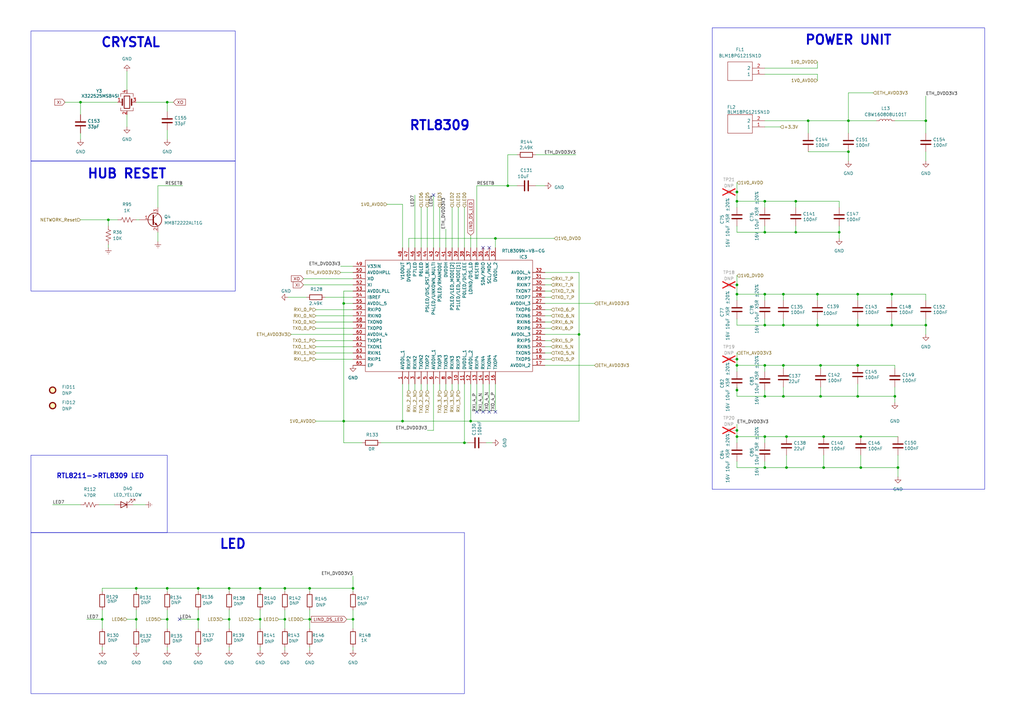
<source format=kicad_sch>
(kicad_sch (version 20231120) (generator "eeschema") (generator_version "8.0")
  (paper "A3")
  (junction (at 347.98 62.23))
  (junction (at 351.79 149.86))
  (junction (at 116.84 241.3))
  (junction (at 140.97 124.46))
  (junction (at 313.69 179.07))
  (junction (at 127 241.3))
  (junction (at 313.69 149.86))
  (junction (at 116.84 254))
  (junction (at 347.98 49.53))
  (junction (at 353.06 179.07))
  (junction (at 93.98 254))
  (junction (at 326.39 82.55))
  (junction (at 353.06 191.77))
  (junction (at 313.69 95.25))
  (junction (at 379.73 133.35))
  (junction (at 302.26 78.74))
  (junction (at 190.5 181.61))
  (junction (at 322.58 179.07))
  (junction (at 208.28 76.2))
  (junction (at 365.76 133.35))
  (junction (at 335.28 120.65))
  (junction (at 351.79 120.65))
  (junction (at 55.88 254))
  (junction (at 379.73 49.53))
  (junction (at 55.88 241.3))
  (junction (at 144.78 241.3))
  (junction (at 313.69 191.77))
  (junction (at 68.58 254))
  (junction (at 302.26 160.02))
  (junction (at 144.78 254))
  (junction (at 81.28 241.3))
  (junction (at 336.55 149.86))
  (junction (at 165.1 172.72))
  (junction (at 41.91 254))
  (junction (at 302.26 120.65))
  (junction (at 313.69 82.55))
  (junction (at 237.49 137.16))
  (junction (at 81.28 254))
  (junction (at 326.39 95.25))
  (junction (at 335.28 133.35))
  (junction (at 302.26 82.55))
  (junction (at 336.55 162.56))
  (junction (at 313.69 120.65))
  (junction (at 321.31 133.35))
  (junction (at 337.82 179.07))
  (junction (at 33.02 41.91))
  (junction (at 106.68 254))
  (junction (at 68.58 41.91))
  (junction (at 321.31 162.56))
  (junction (at 106.68 241.3))
  (junction (at 302.26 116.84))
  (junction (at 351.79 162.56))
  (junction (at 302.26 176.53))
  (junction (at 322.58 191.77))
  (junction (at 321.31 120.65))
  (junction (at 337.82 191.77))
  (junction (at 44.45 90.17))
  (junction (at 365.76 120.65))
  (junction (at 93.98 241.3))
  (junction (at 193.04 172.72))
  (junction (at 344.17 95.25))
  (junction (at 68.58 241.3))
  (junction (at 203.2 97.79))
  (junction (at 331.47 49.53))
  (junction (at 313.69 133.35))
  (junction (at 368.3 191.77))
  (junction (at 321.31 149.86))
  (junction (at 127 254))
  (junction (at 313.69 162.56))
  (junction (at 302.26 147.32))
  (junction (at 140.97 172.72))
  (junction (at 302.26 149.86))
  (junction (at 351.79 133.35))
  (junction (at 302.26 179.07))
  (junction (at 367.03 162.56))
  (no_connect (at 200.66 168.91))
  (no_connect (at 200.66 101.6))
  (no_connect (at 73.66 254))
  (no_connect (at 177.8 80.01))
  (no_connect (at 203.2 168.91))
  (no_connect (at 195.58 168.91))
  (no_connect (at 198.12 168.91))
  (no_connect (at 198.12 101.6))
  (wire (pts (xy 57.15 90.17) (xy 55.88 90.17)))
  (wire (pts (xy 379.73 39.37) (xy 379.73 49.53)))
  (wire (pts (xy 219.71 63.5) (xy 236.22 63.5)))
  (wire (pts (xy 237.49 172.72) (xy 237.49 137.16)))
  (wire (pts (xy 81.28 241.3) (xy 93.98 241.3)))
  (wire (pts (xy 129.54 129.54) (xy 144.78 129.54)))
  (wire (pts (xy 64.77 95.25) (xy 64.77 99.06)))
  (wire (pts (xy 144.78 241.3) (xy 144.78 242.57)))
  (wire (pts (xy 64.77 76.2) (xy 64.77 85.09)))
  (wire (pts (xy 313.69 92.71) (xy 313.69 95.25)))
  (wire (pts (xy 322.58 179.07) (xy 337.82 179.07)))
  (wire (pts (xy 337.82 179.07) (xy 353.06 179.07)))
  (wire (pts (xy 226.06 132.08) (xy 223.52 132.08)))
  (wire (pts (xy 175.26 160.02) (xy 175.26 157.48)))
  (wire (pts (xy 337.82 191.77) (xy 353.06 191.77)))
  (wire (pts (xy 313.69 27.94) (xy 335.28 27.94)))
  (wire (pts (xy 321.31 120.65) (xy 335.28 120.65)))
  (wire (pts (xy 302.26 78.74) (xy 302.26 82.55)))
  (wire (pts (xy 336.55 158.75) (xy 336.55 162.56)))
  (wire (pts (xy 198.12 168.91) (xy 198.12 157.48)))
  (wire (pts (xy 139.7 111.76) (xy 144.78 111.76)))
  (wire (pts (xy 203.2 97.79) (xy 203.2 101.6)))
  (wire (pts (xy 331.47 49.53) (xy 347.98 49.53)))
  (wire (pts (xy 44.45 90.17) (xy 48.26 90.17)))
  (wire (pts (xy 368.3 195.58) (xy 368.3 191.77)))
  (wire (pts (xy 212.09 63.5) (xy 208.28 63.5)))
  (wire (pts (xy 114.3 254) (xy 116.84 254)))
  (wire (pts (xy 313.69 160.02) (xy 313.69 162.56)))
  (wire (pts (xy 55.88 241.3) (xy 68.58 241.3)))
  (wire (pts (xy 223.52 111.76) (xy 237.49 111.76)))
  (wire (pts (xy 223.52 124.46) (xy 243.84 124.46)))
  (wire (pts (xy 93.98 250.19) (xy 93.98 254)))
  (wire (pts (xy 55.88 41.91) (xy 68.58 41.91)))
  (wire (pts (xy 313.69 120.65) (xy 321.31 120.65)))
  (wire (pts (xy 367.03 162.56) (xy 367.03 158.75)))
  (wire (pts (xy 167.64 101.6) (xy 167.64 97.79)))
  (wire (pts (xy 55.88 254) (xy 55.88 257.81)))
  (wire (pts (xy 190.5 181.61) (xy 191.77 181.61)))
  (wire (pts (xy 368.3 186.69) (xy 368.3 191.77)))
  (wire (pts (xy 321.31 151.13) (xy 321.31 149.86)))
  (wire (pts (xy 106.68 250.19) (xy 106.68 254)))
  (wire (pts (xy 302.26 191.77) (xy 313.69 191.77)))
  (wire (pts (xy 193.04 172.72) (xy 237.49 172.72)))
  (wire (pts (xy 313.69 133.35) (xy 321.31 133.35)))
  (wire (pts (xy 313.69 49.53) (xy 331.47 49.53)))
  (wire (pts (xy 170.18 160.02) (xy 170.18 157.48)))
  (wire (pts (xy 321.31 133.35) (xy 321.31 130.81)))
  (wire (pts (xy 365.76 133.35) (xy 379.73 133.35)))
  (wire (pts (xy 190.5 157.48) (xy 190.5 181.61)))
  (wire (pts (xy 33.02 41.91) (xy 48.26 41.91)))
  (wire (pts (xy 148.59 181.61) (xy 140.97 181.61)))
  (wire (pts (xy 144.78 236.22) (xy 144.78 241.3)))
  (wire (pts (xy 21.59 207.01) (xy 33.02 207.01)))
  (wire (pts (xy 313.69 162.56) (xy 321.31 162.56)))
  (wire (pts (xy 144.78 254) (xy 144.78 257.81)))
  (wire (pts (xy 140.97 124.46) (xy 140.97 172.72)))
  (wire (pts (xy 193.04 157.48) (xy 193.04 172.72)))
  (wire (pts (xy 180.34 160.02) (xy 180.34 157.48)))
  (wire (pts (xy 326.39 85.09) (xy 326.39 82.55)))
  (wire (pts (xy 336.55 162.56) (xy 351.79 162.56)))
  (wire (pts (xy 104.14 254) (xy 106.68 254)))
  (wire (pts (xy 106.68 265.43) (xy 106.68 266.7)))
  (wire (pts (xy 190.5 181.61) (xy 156.21 181.61)))
  (wire (pts (xy 302.26 181.61) (xy 302.26 179.07)))
  (wire (pts (xy 35.56 254) (xy 41.91 254)))
  (wire (pts (xy 335.28 27.94) (xy 335.28 25.4)))
  (wire (pts (xy 177.8 80.01) (xy 177.8 101.6)))
  (wire (pts (xy 129.54 172.72) (xy 140.97 172.72)))
  (wire (pts (xy 190.5 85.09) (xy 190.5 101.6)))
  (wire (pts (xy 81.28 254) (xy 81.28 257.81)))
  (wire (pts (xy 74.93 76.2) (xy 64.77 76.2)))
  (wire (pts (xy 187.96 160.02) (xy 187.96 157.48)))
  (wire (pts (xy 41.91 241.3) (xy 41.91 242.57)))
  (wire (pts (xy 180.34 85.09) (xy 180.34 101.6)))
  (wire (pts (xy 335.28 133.35) (xy 335.28 130.81)))
  (wire (pts (xy 367.03 49.53) (xy 379.73 49.53)))
  (wire (pts (xy 193.04 96.52) (xy 193.04 101.6)))
  (wire (pts (xy 313.69 149.86) (xy 313.69 152.4)))
  (wire (pts (xy 302.26 74.93) (xy 302.26 78.74)))
  (wire (pts (xy 44.45 90.17) (xy 44.45 92.71)))
  (wire (pts (xy 344.17 92.71) (xy 344.17 95.25)))
  (wire (pts (xy 106.68 241.3) (xy 106.68 242.57)))
  (wire (pts (xy 321.31 149.86) (xy 336.55 149.86)))
  (wire (pts (xy 26.67 41.91) (xy 33.02 41.91)))
  (wire (pts (xy 302.26 116.84) (xy 302.26 120.65)))
  (wire (pts (xy 127 241.3) (xy 144.78 241.3)))
  (wire (pts (xy 68.58 41.91) (xy 68.58 45.72)))
  (wire (pts (xy 335.28 123.19) (xy 335.28 120.65)))
  (wire (pts (xy 140.97 119.38) (xy 140.97 124.46)))
  (wire (pts (xy 127 265.43) (xy 127 266.7)))
  (wire (pts (xy 118.11 121.92) (xy 125.73 121.92)))
  (wire (pts (xy 41.91 265.43) (xy 41.91 266.7)))
  (wire (pts (xy 93.98 241.3) (xy 106.68 241.3)))
  (wire (pts (xy 347.98 38.1) (xy 347.98 49.53)))
  (wire (pts (xy 140.97 172.72) (xy 165.1 172.72)))
  (wire (pts (xy 127 254) (xy 127 257.81)))
  (wire (pts (xy 40.64 207.01) (xy 46.99 207.01)))
  (wire (pts (xy 226.06 116.84) (xy 223.52 116.84)))
  (wire (pts (xy 226.06 127) (xy 223.52 127)))
  (wire (pts (xy 379.73 123.19) (xy 379.73 120.65)))
  (wire (pts (xy 139.7 109.22) (xy 144.78 109.22)))
  (wire (pts (xy 313.69 189.23) (xy 313.69 191.77)))
  (wire (pts (xy 335.28 120.65) (xy 351.79 120.65)))
  (wire (pts (xy 68.58 265.43) (xy 68.58 266.7)))
  (wire (pts (xy 313.69 82.55) (xy 313.69 85.09)))
  (wire (pts (xy 129.54 127) (xy 144.78 127)))
  (wire (pts (xy 116.84 250.19) (xy 116.84 254)))
  (wire (pts (xy 344.17 95.25) (xy 344.17 97.79)))
  (wire (pts (xy 200.66 168.91) (xy 200.66 157.48)))
  (wire (pts (xy 302.26 149.86) (xy 313.69 149.86)))
  (wire (pts (xy 379.73 133.35) (xy 379.73 130.81)))
  (wire (pts (xy 68.58 41.91) (xy 71.12 41.91)))
  (wire (pts (xy 302.26 179.07) (xy 313.69 179.07)))
  (wire (pts (xy 351.79 133.35) (xy 365.76 133.35)))
  (wire (pts (xy 140.97 172.72) (xy 140.97 181.61)))
  (wire (pts (xy 177.8 176.53) (xy 177.8 157.48)))
  (wire (pts (xy 351.79 133.35) (xy 351.79 130.81)))
  (wire (pts (xy 337.82 186.69) (xy 337.82 191.77)))
  (wire (pts (xy 226.06 114.3) (xy 223.52 114.3)))
  (wire (pts (xy 129.54 147.32) (xy 144.78 147.32)))
  (wire (pts (xy 302.26 95.25) (xy 302.26 92.71)))
  (wire (pts (xy 353.06 186.69) (xy 353.06 191.77)))
  (wire (pts (xy 313.69 52.07) (xy 320.04 52.07)))
  (wire (pts (xy 223.52 149.86) (xy 243.84 149.86)))
  (wire (pts (xy 140.97 124.46) (xy 144.78 124.46)))
  (wire (pts (xy 335.28 133.35) (xy 351.79 133.35)))
  (wire (pts (xy 144.78 250.19) (xy 144.78 254)))
  (wire (pts (xy 133.35 121.92) (xy 144.78 121.92)))
  (wire (pts (xy 313.69 82.55) (xy 326.39 82.55)))
  (wire (pts (xy 33.02 41.91) (xy 33.02 46.99)))
  (wire (pts (xy 129.54 132.08) (xy 144.78 132.08)))
  (wire (pts (xy 41.91 250.19) (xy 41.91 254)))
  (wire (pts (xy 127 250.19) (xy 127 254)))
  (wire (pts (xy 321.31 123.19) (xy 321.31 120.65)))
  (wire (pts (xy 68.58 250.19) (xy 68.58 254)))
  (wire (pts (xy 302.26 147.32) (xy 302.26 149.86)))
  (wire (pts (xy 124.46 116.84) (xy 144.78 116.84)))
  (wire (pts (xy 158.75 83.82) (xy 165.1 83.82)))
  (wire (pts (xy 33.02 57.15) (xy 33.02 54.61)))
  (wire (pts (xy 167.64 160.02) (xy 167.64 157.48)))
  (wire (pts (xy 226.06 119.38) (xy 223.52 119.38)))
  (wire (pts (xy 344.17 85.09) (xy 344.17 82.55)))
  (wire (pts (xy 335.28 30.48) (xy 335.28 33.02)))
  (wire (pts (xy 326.39 95.25) (xy 344.17 95.25)))
  (wire (pts (xy 41.91 241.3) (xy 55.88 241.3)))
  (wire (pts (xy 367.03 151.13) (xy 367.03 149.86)))
  (wire (pts (xy 129.54 142.24) (xy 144.78 142.24)))
  (wire (pts (xy 119.38 137.16) (xy 144.78 137.16)))
  (wire (pts (xy 322.58 191.77) (xy 337.82 191.77)))
  (wire (pts (xy 182.88 93.98) (xy 182.88 101.6)))
  (wire (pts (xy 44.45 100.33) (xy 44.45 101.6)))
  (wire (pts (xy 302.26 133.35) (xy 302.26 130.81)))
  (wire (pts (xy 226.06 134.62) (xy 223.52 134.62)))
  (wire (pts (xy 129.54 134.62) (xy 144.78 134.62)))
  (wire (pts (xy 302.26 82.55) (xy 313.69 82.55)))
  (wire (pts (xy 55.88 265.43) (xy 55.88 266.7)))
  (wire (pts (xy 223.52 76.2) (xy 219.71 76.2)))
  (wire (pts (xy 144.78 265.43) (xy 144.78 266.7)))
  (wire (pts (xy 81.28 265.43) (xy 81.28 266.7)))
  (wire (pts (xy 313.69 179.07) (xy 313.69 181.61)))
  (wire (pts (xy 116.84 254) (xy 116.84 257.81)))
  (wire (pts (xy 172.72 160.02) (xy 172.72 157.48)))
  (wire (pts (xy 185.42 85.09) (xy 185.42 101.6)))
  (wire (pts (xy 175.26 176.53) (xy 177.8 176.53)))
  (wire (pts (xy 367.03 162.56) (xy 367.03 165.1)))
  (wire (pts (xy 347.98 66.04) (xy 347.98 62.23)))
  (wire (pts (xy 302.26 85.09) (xy 302.26 82.55)))
  (wire (pts (xy 379.73 120.65) (xy 365.76 120.65)))
  (wire (pts (xy 73.66 254) (xy 81.28 254)))
  (wire (pts (xy 365.76 133.35) (xy 365.76 130.81)))
  (wire (pts (xy 313.69 95.25) (xy 326.39 95.25)))
  (wire (pts (xy 165.1 172.72) (xy 193.04 172.72)))
  (wire (pts (xy 321.31 162.56) (xy 336.55 162.56)))
  (wire (pts (xy 142.24 254) (xy 144.78 254)))
  (wire (pts (xy 302.26 149.86) (xy 302.26 152.4)))
  (wire (pts (xy 359.41 49.53) (xy 347.98 49.53)))
  (wire (pts (xy 227.33 97.79) (xy 203.2 97.79)))
  (wire (pts (xy 321.31 133.35) (xy 335.28 133.35)))
  (wire (pts (xy 302.26 162.56) (xy 313.69 162.56)))
  (wire (pts (xy 170.18 80.01) (xy 170.18 101.6)))
  (wire (pts (xy 187.96 85.09) (xy 187.96 101.6)))
  (wire (pts (xy 91.44 254) (xy 93.98 254)))
  (wire (pts (xy 195.58 168.91) (xy 195.58 157.48)))
  (wire (pts (xy 208.28 63.5) (xy 208.28 76.2)))
  (wire (pts (xy 351.79 162.56) (xy 367.03 162.56)))
  (wire (pts (xy 302.26 133.35) (xy 313.69 133.35)))
  (wire (pts (xy 226.06 129.54) (xy 223.52 129.54)))
  (wire (pts (xy 116.84 241.3) (xy 116.84 242.57)))
  (wire (pts (xy 313.69 120.65) (xy 313.69 123.19)))
  (wire (pts (xy 237.49 111.76) (xy 237.49 137.16)))
  (wire (pts (xy 351.79 120.65) (xy 365.76 120.65)))
  (wire (pts (xy 336.55 151.13) (xy 336.55 149.86)))
  (wire (pts (xy 226.06 139.7) (xy 223.52 139.7)))
  (wire (pts (xy 172.72 85.09) (xy 172.72 101.6)))
  (wire (pts (xy 81.28 250.19) (xy 81.28 254)))
  (wire (pts (xy 68.58 241.3) (xy 81.28 241.3)))
  (wire (pts (xy 55.88 241.3) (xy 55.88 242.57)))
  (wire (pts (xy 302.26 162.56) (xy 302.26 160.02)))
  (wire (pts (xy 226.06 144.78) (xy 223.52 144.78)))
  (wire (pts (xy 302.26 95.25) (xy 313.69 95.25)))
  (wire (pts (xy 313.69 149.86) (xy 321.31 149.86)))
  (wire (pts (xy 203.2 168.91) (xy 203.2 157.48)))
  (wire (pts (xy 106.68 241.3) (xy 116.84 241.3)))
  (wire (pts (xy 93.98 241.3) (xy 93.98 242.57)))
  (wire (pts (xy 226.06 142.24) (xy 223.52 142.24)))
  (wire (pts (xy 223.52 137.16) (xy 237.49 137.16)))
  (wire (pts (xy 52.07 254) (xy 55.88 254)))
  (wire (pts (xy 55.88 250.19) (xy 55.88 254)))
  (wire (pts (xy 165.1 83.82) (xy 165.1 101.6)))
  (wire (pts (xy 353.06 179.07) (xy 368.3 179.07)))
  (wire (pts (xy 185.42 160.02) (xy 185.42 157.48)))
  (wire (pts (xy 313.69 191.77) (xy 322.58 191.77)))
  (wire (pts (xy 167.64 97.79) (xy 203.2 97.79)))
  (wire (pts (xy 106.68 254) (xy 106.68 257.81)))
  (wire (pts (xy 331.47 62.23) (xy 347.98 62.23)))
  (wire (pts (xy 124.46 114.3) (xy 144.78 114.3)))
  (wire (pts (xy 365.76 123.19) (xy 365.76 120.65)))
  (wire (pts (xy 66.04 254) (xy 68.58 254)))
  (wire (pts (xy 322.58 186.69) (xy 322.58 191.77)))
  (wire (pts (xy 344.17 82.55) (xy 326.39 82.55)))
  (wire (pts (xy 326.39 92.71) (xy 326.39 95.25)))
  (wire (pts (xy 116.84 241.3) (xy 127 241.3)))
  (wire (pts (xy 127 241.3) (xy 127 242.57)))
  (wire (pts (xy 93.98 254) (xy 93.98 257.81)))
  (wire (pts (xy 379.73 49.53) (xy 379.73 54.61)))
  (wire (pts (xy 226.06 147.32) (xy 223.52 147.32)))
  (wire (pts (xy 302.26 120.65) (xy 313.69 120.65)))
  (wire (pts (xy 302.26 158.75) (xy 302.26 160.02)))
  (wire (pts (xy 129.54 139.7) (xy 144.78 139.7)))
  (wire (pts (xy 379.73 133.35) (xy 379.73 137.16)))
  (wire (pts (xy 302.26 123.19) (xy 302.26 120.65)))
  (wire (pts (xy 195.58 76.2) (xy 195.58 101.6)))
  (wire (pts (xy 353.06 191.77) (xy 368.3 191.77)))
  (wire (pts (xy 358.14 38.1) (xy 347.98 38.1)))
  (wire (pts (xy 93.98 265.43) (xy 93.98 266.7)))
  (wire (pts (xy 226.06 121.92) (xy 223.52 121.92)))
  (wire (pts (xy 302.26 144.78) (xy 302.26 147.32)))
  (wire (pts (xy 165.1 157.48) (xy 165.1 172.72)))
  (wire (pts (xy 302.26 176.53) (xy 302.26 179.07)))
  (wire (pts (xy 52.07 52.07) (xy 52.07 46.99)))
  (wire (pts (xy 52.07 29.21) (xy 52.07 36.83)))
  (wire (pts (xy 367.03 149.86) (xy 351.79 149.86)))
  (wire (pts (xy 116.84 265.43) (xy 116.84 266.7)))
  (wire (pts (xy 313.69 130.81) (xy 313.69 133.35)))
  (wire (pts (xy 175.26 85.09) (xy 175.26 101.6)))
  (wire (pts (xy 81.28 241.3) (xy 81.28 242.57)))
  (wire (pts (xy 321.31 162.56) (xy 321.31 158.75)))
  (wire (pts (xy 379.73 66.04) (xy 379.73 62.23)))
  (wire (pts (xy 302.26 173.99) (xy 302.26 176.53)))
  (wire (pts (xy 351.79 123.19) (xy 351.79 120.65)))
  (wire (pts (xy 313.69 179.07) (xy 322.58 179.07)))
  (wire (pts (xy 54.61 207.01) (xy 59.69 207.01)))
  (wire (pts (xy 68.58 57.15) (xy 68.58 53.34)))
  (wire (pts (xy 347.98 49.53) (xy 347.98 54.61)))
  (wire (pts (xy 302.26 191.77) (xy 302.26 189.23)))
  (wire (pts (xy 351.79 162.56) (xy 351.79 157.48)))
  (wire (pts (xy 302.26 113.03) (xy 302.26 116.84)))
  (wire (pts (xy 212.09 76.2) (xy 208.28 76.2)))
  (wire (pts (xy 336.55 149.86) (xy 351.79 149.86)))
  (wire (pts (xy 313.69 30.48) (xy 335.28 30.48)))
  (wire (pts (xy 41.91 254) (xy 41.91 257.81)))
  (wire (pts (xy 201.93 181.61) (xy 199.39 181.61)))
  (wire (pts (xy 68.58 254) (xy 68.58 257.81)))
  (wire (pts (xy 129.54 144.78) (xy 144.78 144.78)))
  (wire (pts (xy 331.47 49.53) (xy 331.47 54.61)))
  (wire (pts (xy 68.58 241.3) (xy 68.58 242.57)))
  (wire (pts (xy 33.02 90.17) (xy 44.45 90.17)))
  (wire (pts (xy 144.78 119.38) (xy 140.97 119.38)))
  (wire (pts (xy 208.28 76.2) (xy 195.58 76.2)))
  (wire (pts (xy 124.46 254) (xy 127 254)))
  (wire (pts (xy 182.88 160.02) (xy 182.88 157.48)))
  (rectangle (start 12.7 66.04) (end 96.52 119.38))
  (rectangle (start 12.7 218.44) (end 190.5 284.48))
  (rectangle (start 12.7 12.7) (end 96.52 66.04))
  (rectangle (start 292.1 11.43) (end 403.86 200.66))
  (rectangle (start 12.7 186.69) (end 68.58 218.44))
  (text "RTL8309" (at 180.34 51.562 0) (effects (font (size 3.81 3.81) (bold yes))))
  (text "LED" (at 95.504 223.266 0) (effects (font (size 3.81 3.81) (bold yes))))
  (text "POWER UNIT" (at 347.98 16.51 0) (effects (font (size 3.81 3.81) (bold yes))))
  (text "CRYSTAL" (at 53.594 17.526 0) (effects (font (size 3.81 3.81) (bold yes))))
  (text "HUB RESET" (at 52.07 71.374 0) (effects (font (size 3.81 3.81) (bold yes))))
  (text "RTL8211->RTL8309 LED\n" (at 41.148 195.326 0) (effects (font (size 1.905 1.905) (thickness 0.381) (bold yes))))
  (label "LED4" (at 73.66 254 0))
  (label "ETH_DVDD3V3" (at 236.22 63.5 180))
  (label "RXI_4_P" (at 195.58 168.91 90))
  (label "RESETB" (at 74.93 76.2 180))
  (label "LED7" (at 35.56 254 0))
  (label "ETH_DVDD3V3" (at 175.26 176.53 180))
  (label "ETH_DVDD3V3" (at 144.78 236.22 180))
  (label "RESETB" (at 195.58 76.2 0))
  (label "ETH_DVDD3V3" (at 302.26 173.99 0))
  (label "RXI_4_N" (at 198.12 168.91 90))
  (label "ETH_DVDD3V3" (at 379.73 39.37 0))
  (label "LED7" (at 170.18 80.01 270))
  (label "LED7" (at 21.59 207.01 0))
  (label "ETH_DVDD3V3" (at 139.7 109.22 180))
  (label "ETH_DVDD3V3" (at 182.88 93.98 90))
  (label "TXO_4_N" (at 200.66 168.91 90))
  (label "LED4" (at 177.8 80.01 270))
  (label "TXO_4_P" (at 203.2 168.91 90))
  (global_label "XO" (shape input) (at 124.46 114.3 180) (property "Intersheetrefs" "${INTERSHEET_REFS}" (effects (hide yes))))
  (global_label "XO" (shape input) (at 71.12 41.91 0) (property "Intersheetrefs" "${INTERSHEET_REFS}" (effects (hide yes))))
  (global_label "LIND_DS_LED" (shape input) (at 193.04 96.52 90) (property "Intersheetrefs" "${INTERSHEET_REFS}" (effects (hide yes))))
  (global_label "LIND_DS_LED" (shape input) (at 142.24 254 180) (property "Intersheetrefs" "${INTERSHEET_REFS}" (effects (hide yes))))
  (global_label "XI" (shape input) (at 124.46 116.84 180) (property "Intersheetrefs" "${INTERSHEET_REFS}" (effects (hide yes))))
  (global_label "XI" (shape input) (at 26.67 41.91 180) (property "Intersheetrefs" "${INTERSHEET_REFS}" (effects (hide yes))))
  (hierarchical_label "RXI_2_P" (shape input) (at 167.64 160.02 270) (property "Intersheetrefs" "${INTERSHEET_REFS}" (effects (hide yes))))
  (hierarchical_label "LED5" (shape input) (at 175.26 85.09 90))
  (hierarchical_label "RXI_6_P" (shape input) (at 226.06 134.62 0))
  (hierarchical_label "TXO_2_N" (shape input) (at 172.72 160.02 270) (property "Intersheetrefs" "${INTERSHEET_REFS}" (effects (hide yes))))
  (hierarchical_label "LED0" (shape input) (at 124.46 254 180))
  (hierarchical_label "LED6" (shape input) (at 172.72 85.09 90))
  (hierarchical_label "LED6" (shape input) (at 52.07 254 180))
  (hierarchical_label "1V0_AVDD" (shape input) (at 302.26 74.93 0))
  (hierarchical_label "RXI_2_N" (shape input) (at 170.18 160.02 270) (property "Intersheetrefs" "${INTERSHEET_REFS}" (effects (hide yes))))
  (hierarchical_label "LED0" (shape input) (at 190.5 85.09 90))
  (hierarchical_label "RXI_0_N" (shape input) (at 129.54 129.54 180) (property "Intersheetrefs" "${INTERSHEET_REFS}" (effects (hide yes))))
  (hierarchical_label "RXI_0_P" (shape input) (at 129.54 127 180) (property "Intersheetrefs" "${INTERSHEET_REFS}" (effects (hide yes))))
  (hierarchical_label "TXO_0_N" (shape input) (at 129.54 132.08 180) (property "Intersheetrefs" "${INTERSHEET_REFS}" (effects (hide yes))))
  (hierarchical_label "ETH_AVDD3V3" (shape input) (at 139.7 111.76 180))
  (hierarchical_label "1V0_AVDD" (shape input) (at 335.28 33.02 180))
  (hierarchical_label "1V0_AVDD" (shape input) (at 158.75 83.82 180))
  (hierarchical_label "LED5" (shape input) (at 66.04 254 180))
  (hierarchical_label "RXI_6_N" (shape input) (at 226.06 132.08 0))
  (hierarchical_label "ETH_AVDD3V3" (shape input) (at 119.38 137.16 180))
  (hierarchical_label "1V0_AVDD" (shape input) (at 129.54 172.72 180))
  (hierarchical_label "RXI_3_P" (shape input) (at 187.96 160.02 270) (property "Intersheetrefs" "${INTERSHEET_REFS}" (effects (hide yes))))
  (hierarchical_label "TXO_3_N" (shape input) (at 182.88 160.02 270) (property "Intersheetrefs" "${INTERSHEET_REFS}" (effects (hide yes))))
  (hierarchical_label "LED2" (shape input) (at 185.42 85.09 90))
  (hierarchical_label "TXO_0_P" (shape input) (at 129.54 134.62 180) (property "Intersheetrefs" "${INTERSHEET_REFS}" (effects (hide yes))))
  (hierarchical_label "ETH_AVDD3V3" (shape input) (at 302.26 144.78 0))
  (hierarchical_label "TXO_3_P" (shape input) (at 180.34 160.02 270) (property "Intersheetrefs" "${INTERSHEET_REFS}" (effects (hide yes))))
  (hierarchical_label "LED1" (shape input) (at 187.96 85.09 90))
  (hierarchical_label "TXO_1_N" (shape input) (at 129.54 142.24 180) (property "Intersheetrefs" "${INTERSHEET_REFS}" (effects (hide yes))))
  (hierarchical_label "TXO_7_P" (shape input) (at 226.06 121.92 0) (property "Intersheetrefs" "${INTERSHEET_REFS}" (effects (hide yes))))
  (hierarchical_label "1V0_DVDD" (shape input) (at 302.26 113.03 0))
  (hierarchical_label "LED3" (shape input) (at 180.34 85.09 90))
  (hierarchical_label "1V0_DVDD" (shape input) (at 227.33 97.79 0))
  (hierarchical_label "ETH_AVDD3V3" (shape input) (at 243.84 149.86 0))
  (hierarchical_label "RXI_5_P" (shape input) (at 226.06 139.7 0) (property "Intersheetrefs" "${INTERSHEET_REFS}" (effects (hide yes))))
  (hierarchical_label "+3.3V" (shape input) (at 320.04 52.07 0))
  (hierarchical_label "TXO_5_P" (shape input) (at 226.06 147.32 0) (property "Intersheetrefs" "${INTERSHEET_REFS}" (effects (hide yes))))
  (hierarchical_label "ETH_AVDD3V3" (shape input) (at 243.84 124.46 0))
  (hierarchical_label "RXI_1_P" (shape input) (at 129.54 147.32 180) (property "Intersheetrefs" "${INTERSHEET_REFS}" (effects (hide yes))))
  (hierarchical_label "1V0_DVDD" (shape input) (at 335.28 25.4 180))
  (hierarchical_label "TXO_6_N" (shape input) (at 226.06 129.54 0))
  (hierarchical_label "TXO_2_P" (shape input) (at 175.26 160.02 270) (property "Intersheetrefs" "${INTERSHEET_REFS}" (effects (hide yes))))
  (hierarchical_label "RXI_7_N" (shape input) (at 226.06 116.84 0) (property "Intersheetrefs" "${INTERSHEET_REFS}" (effects (hide yes))))
  (hierarchical_label "RXI_5_N" (shape input) (at 226.06 142.24 0) (property "Intersheetrefs" "${INTERSHEET_REFS}" (effects (hide yes))))
  (hierarchical_label "RXI_7_P" (shape input) (at 226.06 114.3 0) (property "Intersheetrefs" "${INTERSHEET_REFS}" (effects (hide yes))))
  (hierarchical_label "RXI_3_N" (shape input) (at 185.42 160.02 270) (property "Intersheetrefs" "${INTERSHEET_REFS}" (effects (hide yes))))
  (hierarchical_label "ETH_AVDD3V3" (shape input) (at 358.14 38.1 0))
  (hierarchical_label "LED2" (shape input) (at 104.14 254 180))
  (hierarchical_label "TXO_1_P" (shape input) (at 129.54 139.7 180) (property "Intersheetrefs" "${INTERSHEET_REFS}" (effects (hide yes))))
  (hierarchical_label "TXO_6_P" (shape input) (at 226.06 127 0))
  (hierarchical_label "TXO_5_N" (shape input) (at 226.06 144.78 0) (property "Intersheetrefs" "${INTERSHEET_REFS}" (effects (hide yes))))
  (hierarchical_label "RXI_1_N" (shape input) (at 129.54 144.78 180) (property "Intersheetrefs" "${INTERSHEET_REFS}" (effects (hide yes))))
  (hierarchical_label "LED3" (shape input) (at 91.44 254 180))
  (hierarchical_label "LED1" (shape input) (at 114.3 254 180))
  (hierarchical_label "TXO_7_N" (shape input) (at 226.06 119.38 0) (property "Intersheetrefs" "${INTERSHEET_REFS}" (effects (hide yes))))
  (hierarchical_label "NETWORK_Reset" (shape input) (at 33.02 90.17 180))
  (symbol (lib_id "Connector:TestPoint") (at 302.26 176.53 90) (unit 1) (dnp yes)
    (property "Reference" "TP20" (at 298.958 171.45 90))
    (property "Value" "DNP" (at 298.958 173.99 90))
    (property "Footprint" "TestPoint_Pad_1.0x1.0mm" (effects (hide yes)))
    (property "Description" "test point" (effects (hide yes)))
  )
  (symbol (lib_id "Device:R_US") (at 52.07 90.17 90) (unit 1)
    (property "Reference" "R95" (at 52.07 83.82 90))
    (property "Value" "1K" (at 52.07 86.36 90))
    (property "Footprint" "Resistor_SMD:R_0603_1608Metric" (effects (hide yes)))
    (property "Description" "Resistor, US symbol" (effects (hide yes)))
    (property "MPN" "0603WAF1001T5E" (effects (hide yes)))
  )
  (symbol (lib_id "Device:C") (at 68.58 49.53 0) (unit 1)
    (property "Reference" "C155" (at 71.501 48.3616 0) (effects (justify left)))
    (property "Value" "33pF" (at 71.501 50.673 0) (effects (justify left)))
    (property "Footprint" "Capacitor_SMD:C_0603_1608Metric" (effects (hide yes)))
    (property "MPN" "CL10C330JB8NNNC" (effects (hide yes)))
  )
  (symbol (lib_id "Device:C") (at 336.55 154.94 0) (unit 1)
    (property "Reference" "C142" (at 339.471 153.7716 0) (effects (justify left)))
    (property "Value" "100nF" (at 339.471 156.083 0) (effects (justify left)))
    (property "Footprint" "Capacitor_SMD:C_0402_1005Metric" (effects (hide yes)))
    (property "MPN" "CC0402KRX7R7BB104" (effects (hide yes)))
  )
  (symbol (lib_id "Device:R") (at 68.58 246.38 180) (unit 1)
    (property "Reference" "R134" (at 72.136 245.11 0))
    (property "Value" "DNP" (at 72.136 247.142 0))
    (property "Footprint" "Resistor_SMD:R_0603_1608Metric" (effects (hide yes)))
  )
  (symbol (lib_id "power:GND") (at 344.17 97.79 0) (unit 1)
    (property "Reference" "#PWR0183" (effects (hide yes)))
    (property "Value" "GND" (at 344.17 102.87 0))
  )
  (symbol (lib_id "Mechanical:Fiducial") (at 21.59 166.37 0) (unit 1)
    (property "Reference" "FID12" (at 25.4 165.0999 0) (effects (justify left)))
    (property "Value" "DNP" (at 25.4 167.6399 0) (effects (justify left)))
    (property "Footprint" "Fiducial:Fiducial_0.5mm_Mask1mm" (effects (hide yes)))
    (property "Description" "Fiducial Marker" (effects (hide yes)))
  )
  (symbol (lib_id "Device:R") (at 93.98 261.62 180) (unit 1)
    (property "Reference" "R139" (at 97.79 260.604 0))
    (property "Value" "DNP" (at 97.79 262.636 0))
    (property "Footprint" "Resistor_SMD:R_0603_1608Metric" (effects (hide yes)))
  )
  (symbol (lib_id "Device:C") (at 195.58 181.61 90) (unit 1)
    (property "Reference" "C130" (at 194.4116 178.689 0) (effects (justify left)))
    (property "Value" "100nF" (at 196.723 178.689 0) (effects (justify left)))
    (property "Footprint" "Capacitor_SMD:C_0402_1005Metric" (effects (hide yes)))
    (property "MPN" "CC0402KRX7R7BB104" (effects (hide yes)))
  )
  (symbol (lib_id "Device:C") (at 335.28 127 0) (unit 1)
    (property "Reference" "C139" (at 339.09 125.73 0) (effects (justify left)))
    (property "Value" "100nF" (at 337.566 128.524 0) (effects (justify left)))
    (property "Footprint" "Capacitor_SMD:C_0402_1005Metric" (effects (hide yes)))
    (property "MPN" "CC0402KRX7R7BB104" (effects (hide yes)))
  )
  (symbol (lib_id "Device:C") (at 313.69 127 0) (unit 1)
    (property "Reference" "C78" (at 308.356 129.032 90) (effects (justify left)))
    (property "Value" "16V 10uF X5R ±20%" (at 310.388 136.906 90) (effects (justify left)))
    (property "Footprint" "Capacitor_SMD:C_0603_1608Metric" (effects (hide yes)))
    (property "MPN" "CL10A106MO8NQNC" (effects (hide yes)))
  )
  (symbol (lib_id "Device:Crystal_GND2") (at 52.07 41.91 0) (unit 1)
    (property "Reference" "Y3" (at 40.64 37.338 0))
    (property "Value" "X322525MSB4SI" (at 41.148 39.37 0))
    (property "Footprint" "Crystal:Crystal_SMD_3225-4Pin_3.2x2.5mm" (effects (hide yes)))
    (property "Description" "Three pin crystal, GND on pin 2" (effects (hide yes)))
    (property "MPN" "X322525MSB4SI" (effects (hide yes)))
  )
  (symbol (lib_id "Device:C") (at 313.69 185.42 0) (unit 1)
    (property "Reference" "C85" (at 308.356 187.452 90) (effects (justify left)))
    (property "Value" "16V 10uF X5R ±20%" (at 310.388 195.326 90) (effects (justify left)))
    (property "Footprint" "Capacitor_SMD:C_0603_1608Metric" (effects (hide yes)))
    (property "MPN" "CL10A106MO8NQNC" (effects (hide yes)))
  )
  (symbol (lib_id "power:Earth") (at 44.45 101.6 0) (unit 1)
    (property "Reference" "#PWR0130" (effects (hide yes)))
    (property "Value" "Earth" (effects (hide yes)))
    (property "Description" "Power symbol creates a global label with name \"Earth\"" (effects (hide yes)))
  )
  (symbol (lib_id "Device:C") (at 326.39 88.9 0) (unit 1)
    (property "Reference" "C141" (at 329.311 87.7316 0) (effects (justify left)))
    (property "Value" "100nF" (at 329.311 90.043 0) (effects (justify left)))
    (property "Footprint" "Capacitor_SMD:C_0402_1005Metric" (effects (hide yes)))
    (property "MPN" "CC0402KRX7R7BB104" (effects (hide yes)))
  )
  (symbol (lib_id "Connector:TestPoint") (at 302.26 116.84 90) (unit 1) (dnp yes)
    (property "Reference" "TP18" (at 298.958 111.76 90))
    (property "Value" "DNP" (at 298.958 114.3 90))
    (property "Footprint" "TestPoint:TestPoint_Pad_1.0x1.0mm" (effects (hide yes)))
    (property "Description" "test point" (effects (hide yes)))
  )
  (symbol (lib_id "Device:R") (at 144.78 246.38 180) (unit 1)
    (property "Reference" "R147" (at 148.844 245.364 0))
    (property "Value" "DNP" (at 148.59 247.65 0))
    (property "Footprint" "Resistor_SMD:R_0603_1608Metric" (effects (hide yes)))
  )
  (symbol (lib_id "power:Earth") (at 64.77 99.06 0) (unit 1)
    (property "Reference" "#PWR0131" (effects (hide yes)))
    (property "Value" "Earth" (effects (hide yes)))
    (property "Description" "Power symbol creates a global label with name \"Earth\"" (effects (hide yes)))
  )
  (symbol (lib_id "power:GND") (at 93.98 266.7 0) (unit 1)
    (property "Reference" "#PWR0174" (effects (hide yes)))
    (property "Value" "GND" (at 93.98 271.78 0))
  )
  (symbol (lib_id "Device:R") (at 106.68 246.38 180) (unit 1)
    (property "Reference" "R140" (at 110.744 245.364 0))
    (property "Value" "DNP" (at 110.236 247.396 0))
    (property "Footprint" "Resistor_SMD:R_0603_1608Metric" (effects (hide yes)))
  )
  (symbol (lib_id "Device:R") (at 116.84 261.62 180) (unit 1)
    (property "Reference" "R143" (at 120.396 260.604 0))
    (property "Value" "DNP" (at 120.396 262.89 0))
    (property "Footprint" "Resistor_SMD:R_0603_1608Metric" (effects (hide yes)))
  )
  (symbol (lib_id "power:GND") (at 68.58 266.7 0) (unit 1)
    (property "Reference" "#PWR0172" (effects (hide yes)))
    (property "Value" "GND" (at 68.58 271.78 0))
  )
  (symbol (lib_id "power:GND") (at 144.78 149.86 0) (unit 1)
    (property "Reference" "#PWR0170" (effects (hide yes)))
    (property "Value" "GND" (at 144.78 154.94 0))
  )
  (symbol (lib_id "power:GND") (at 347.98 66.04 0) (unit 1)
    (property "Reference" "#PWR0184" (effects (hide yes)))
    (property "Value" "GND" (at 347.98 71.12 0))
  )
  (symbol (lib_id "Device:C") (at 368.3 182.88 0) (unit 1)
    (property "Reference" "C150" (at 370.84 181.5846 0) (effects (justify left)))
    (property "Value" "100nF" (at 370.84 183.896 0) (effects (justify left)))
    (property "Footprint" "Capacitor_SMD:C_0402_1005Metric" (effects (hide yes)))
    (property "MPN" "CC0402KRX7R7BB104" (effects (hide yes)))
  )
  (symbol (lib_id "Device:R") (at 127 261.62 180) (unit 1)
    (property "Reference" "R146" (at 130.556 260.604 0))
    (property "Value" "DNP" (at 130.556 262.89 0))
    (property "Footprint" "Resistor_SMD:R_0603_1608Metric" (effects (hide yes)))
  )
  (symbol (lib_id "Device:C") (at 379.73 58.42 0) (unit 1)
    (property "Reference" "C154" (at 382.651 57.2516 0) (effects (justify left)))
    (property "Value" "100nF" (at 382.651 59.563 0) (effects (justify left)))
    (property "Footprint" "Capacitor_SMD:C_0402_1005Metric" (effects (hide yes)))
    (property "MPN" "CC0402KRX7R7BB104" (effects (hide yes)))
  )
  (symbol (lib_id "Device:R_US") (at 44.45 96.52 0) (unit 1)
    (property "Reference" "R36" (at 46.228 95.2499 0) (effects (justify left)))
    (property "Value" "10K" (at 46.228 97.7899 0) (effects (justify left)))
    (property "Footprint" "Resistor_SMD:R_0603_1608Metric" (effects (hide yes)))
    (property "Description" "Resistor, US symbol" (effects (hide yes)))
    (property "MPN" "0603WAF1002T5E" (effects (hide yes)))
  )
  (symbol (lib_id "power:GND") (at 68.58 57.15 0) (unit 1)
    (property "Reference" "#PWR0190" (effects (hide yes)))
    (property "Value" "GND" (at 68.58 62.23 0))
  )
  (symbol (lib_id "Device:C") (at 379.73 127 0) (unit 1)
    (property "Reference" "C152" (at 382.651 125.8316 0) (effects (justify left)))
    (property "Value" "100nF" (at 382.651 128.143 0) (effects (justify left)))
    (property "Footprint" "Capacitor_SMD:C_0402_1005Metric" (effects (hide yes)))
    (property "MPN" "CC0402KRX7R7BB104" (effects (hide yes)))
  )
  (symbol (lib_id "Device:R") (at 116.84 246.38 180) (unit 1)
    (property "Reference" "R142" (at 120.904 245.364 0))
    (property "Value" "DNP" (at 120.65 247.396 0))
    (property "Footprint" "Resistor_SMD:R_0603_1608Metric" (effects (hide yes)))
  )
  (symbol (lib_id "Device:R") (at 129.54 121.92 270) (unit 1)
    (property "Reference" "R128" (at 129.794 118.618 90))
    (property "Value" "2.49K" (at 129.54 124.46 90))
    (property "Footprint" "Resistor_SMD:R_0603_1608Metric" (effects (hide yes)))
    (property "MPN" "0603WAF2491T5E" (effects (hide yes)))
  )
  (symbol (lib_id "Mechanical:Fiducial") (at 21.59 160.02 0) (unit 1)
    (property "Reference" "FID11" (at 25.4 158.7499 0) (effects (justify left)))
    (property "Value" "DNP" (at 25.4 161.2899 0) (effects (justify left)))
    (property "Footprint" "Fiducial:Fiducial_0.5mm_Mask1mm" (effects (hide yes)))
    (property "Description" "Fiducial Marker" (effects (hide yes)))
  )
  (symbol (lib_id "Device:C") (at 347.98 58.42 0) (unit 1)
    (property "Reference" "C151" (at 350.901 57.2516 0) (effects (justify left)))
    (property "Value" "100nF" (at 350.901 59.563 0) (effects (justify left)))
    (property "Footprint" "Capacitor_SMD:C_0402_1005Metric" (effects (hide yes)))
    (property "MPN" "CC0402KRX7R7BB104" (effects (hide yes)))
  )
  (symbol (lib_id "BLM18PG121SN1D:BLM18PG121SN1D") (at 313.69 30.48 180) (unit 1)
    (property "Reference" "FL1" (at 303.53 20.32 0))
    (property "Value" "BLM18PG121SN1D" (at 303.53 22.86 0))
    (property "Footprint" "BLM18PG121SN1D:BLM18AG102BH1D" (effects (hide yes)))
    (property "Datasheet" "https://www.murata.com/en-us/products/productdetail?partno=BLM18PG121SN1%23" (effects (hide yes)))
    (property "Description" "Ferrite bead SMD 0603 120R 2A Murata Ferrite Bead (Chip Ferrite Bead), 1.6 x 0.8 x 0.8mm (0603), 120 impedance at 100 MHz" (effects (hide yes)))
    (property "Height" "0.95" (effects (hide yes)))
    (property "Manufacturer_Name" "Murata Electronics" (effects (hide yes)))
    (property "Manufacturer_Part_Number" "BLM18PG121SN1D" (effects (hide yes)))
    (property "Mouser Part Number" "81-BLM18PG121SN1D" (effects (hide yes)))
    (property "Mouser Price/Stock" "https://www.mouser.co.uk/ProductDetail/Murata-Electronics/BLM18PG121SN1D?qs=tY8e8KZalarVxhnmnUYZ1A%3D%3D" (effects (hide yes)))
    (property "Arrow Part Number" "BLM18PG121SN1D" (effects (hide yes)))
    (property "Arrow Price/Stock" "https://www.arrow.com/en/products/blm18pg121sn1d/murata-manufacturing?region=nac" (effects (hide yes)))
    (property "MPN" "BLM18PG121SN1D" (effects (hide yes)))
  )
  (symbol (lib_id "Device:C") (at 351.79 153.67 0) (unit 1)
    (property "Reference" "C145" (at 354.711 152.5016 0) (effects (justify left)))
    (property "Value" "100nF" (at 354.711 154.813 0) (effects (justify left)))
    (property "Footprint" "Capacitor_SMD:C_0402_1005Metric" (effects (hide yes)))
    (property "MPN" "CC0402KRX7R7BB104" (effects (hide yes)))
  )
  (symbol (lib_id "Connector:TestPoint") (at 302.26 147.32 90) (unit 1) (dnp yes)
    (property "Reference" "TP19" (at 298.958 142.24 90))
    (property "Value" "DNP" (at 298.958 144.78 90))
    (property "Footprint" "TestPoint_Pad_1.0x1.0mm" (effects (hide yes)))
    (property "Description" "test point" (effects (hide yes)))
  )
  (symbol (lib_id "power:GND") (at 379.73 137.16 0) (unit 1)
    (property "Reference" "#PWR0185" (effects (hide yes)))
    (property "Value" "GND" (at 379.73 142.24 0))
  )
  (symbol (lib_id "Device:LED") (at 50.8 207.01 180) (unit 1)
    (property "Reference" "D40" (at 52.3875 200.406 0))
    (property "Value" "LED_YELLOW" (at 52.3875 202.946 0))
    (property "Footprint" "LED_SMD:LED_0603_1608Metric" (effects (hide yes)))
    (property "Description" "Light emitting diode" (effects (hide yes)))
    (property "MPN" "0603 翠绿色 LED" (effects (hide yes)))
  )
  (symbol (lib_id "power:GND") (at 201.93 181.61 90) (unit 1)
    (property "Reference" "#PWR0176" (effects (hide yes)))
    (property "Value" "GND" (at 207.01 181.61 0))
  )
  (symbol (lib_id "Device:C") (at 215.9 76.2 90) (unit 1)
    (property "Reference" "C131" (at 215.9 69.85 90))
    (property "Value" "10uF" (at 214.63 72.39 90))
    (property "Footprint" "Capacitor_SMD:C_0603_1608Metric" (effects (hide yes)))
    (property "MPN" "CL10A106MO8NQNC" (effects (hide yes)))
  )
  (symbol (lib_id "Device:R_US") (at 36.83 207.01 90) (unit 1)
    (property "Reference" "R112" (at 36.83 200.66 90))
    (property "Value" "470R" (at 36.83 203.2 90))
    (property "Footprint" "Resistor_SMD:R_0603_1608Metric" (effects (hide yes)))
    (property "Description" "Resistor, US symbol" (effects (hide yes)))
    (property "MPN" "0603WAF4700T5E" (effects (hide yes)))
  )
  (symbol (lib_id "power:GND") (at 127 266.7 0) (unit 1)
    (property "Reference" "#PWR0178" (effects (hide yes)))
    (property "Value" "GND" (at 127 271.78 0))
  )
  (symbol (lib_id "power:GND") (at 81.28 266.7 0) (unit 1)
    (property "Reference" "#PWR0173" (effects (hide yes)))
    (property "Value" "GND" (at 81.28 271.78 0))
  )
  (symbol (lib_id "power:GND") (at 368.3 195.58 0) (unit 1)
    (property "Reference" "#PWR0182" (effects (hide yes)))
    (property "Value" "GND" (at 368.3 200.66 0))
  )
  (symbol (lib_id "Device:R") (at 81.28 261.62 180) (unit 1)
    (property "Reference" "R137" (at 85.344 260.604 0))
    (property "Value" "DNP" (at 85.344 262.636 0))
    (property "Footprint" "Resistor_SMD:R_0603_1608Metric" (effects (hide yes)))
  )
  (symbol (lib_id "Device:R") (at 55.88 261.62 180) (unit 1)
    (property "Reference" "R132" (at 59.69 260.858 0))
    (property "Value" "DNP" (at 59.69 262.89 0))
    (property "Footprint" "Resistor_SMD:R_0603_1608Metric" (effects (hide yes)))
  )
  (symbol (lib_id "power:GND") (at 55.88 266.7 0) (unit 1)
    (property "Reference" "#PWR0171" (effects (hide yes)))
    (property "Value" "GND" (at 55.88 271.78 0))
  )
  (symbol (lib_id "power:GND") (at 379.73 66.04 0) (unit 1)
    (property "Reference" "#PWR0188" (effects (hide yes)))
    (property "Value" "GND" (at 379.73 71.12 0))
  )
  (symbol (lib_id "power:GND") (at 144.78 266.7 0) (unit 1)
    (property "Reference" "#PWR0180" (effects (hide yes)))
    (property "Value" "GND" (at 144.78 271.78 0))
  )
  (symbol (lib_id "power:GND") (at 367.03 165.1 0) (unit 1)
    (property "Reference" "#PWR0181" (effects (hide yes)))
    (property "Value" "GND" (at 367.03 172.72 0))
  )
  (symbol (lib_id "Device:R") (at 152.4 181.61 270) (unit 1)
    (property "Reference" "R133" (at 152.654 178.308 90))
    (property "Value" "0R" (at 152.4 184.15 90))
    (property "Footprint" "Resistor_SMD:R_0603_1608Metric" (effects (hide yes)))
    (property "MPN" "0603WAF0000T5E" (effects (hide yes)))
  )
  (symbol (lib_id "Device:C") (at 302.26 88.9 0) (unit 1)
    (property "Reference" "C75" (at 296.164 91.948 90) (effects (justify left)))
    (property "Value" "16V 10uF X5R ±20%" (at 298.45 101.6 90) (effects (justify left)))
    (property "Footprint" "Capacitor_SMD:C_0603_1608Metric" (effects (hide yes)))
    (property "MPN" "CL10A106MO8NQNC" (effects (hide yes)))
  )
  (symbol (lib_id "Device:C") (at 313.69 88.9 0) (unit 1)
    (property "Reference" "C76" (at 308.356 90.932 90) (effects (justify left)))
    (property "Value" "16V 10uF X5R ±20%" (at 310.388 98.806 90) (effects (justify left)))
    (property "Footprint" "Capacitor_SMD:C_0603_1608Metric" (effects (hide yes)))
    (property "MPN" "CL10A106MO8NQNC" (effects (hide yes)))
  )
  (symbol (lib_id "Device:R") (at 55.88 246.38 180) (unit 1)
    (property "Reference" "R131" (at 59.69 245.11 0))
    (property "Value" "DNP" (at 59.69 247.142 0))
    (property "Footprint" "Resistor_SMD:R_0603_1608Metric" (effects (hide yes)))
  )
  (symbol (lib_id "Device:R") (at 144.78 261.62 180) (unit 1)
    (property "Reference" "R148" (at 149.606 260.604 0))
    (property "Value" "1K" (at 149.352 262.636 0))
    (property "Footprint" "Resistor_SMD:R_0603_1608Metric" (effects (hide yes)))
    (property "MPN" "0603WAF1001T5E" (effects (hide yes)))
  )
  (symbol (lib_id "Device:L") (at 363.22 49.53 90) (unit 1)
    (property "Reference" "L13" (at 363.22 44.45 90))
    (property "Value" "CBW160808U101T" (at 363.22 46.99 90))
    (property "Footprint" "Inductor_SMD:L_0603_1608Metric" (effects (hide yes)))
    (property "Description" "Inductor" (effects (hide yes)))
    (property "MPN" "CBW160808U101T" (effects (hide yes)))
  )
  (symbol (lib_id "Device:C") (at 331.47 58.42 0) (unit 1)
    (property "Reference" "C144" (at 334.391 57.2516 0) (effects (justify left)))
    (property "Value" "100nF" (at 334.391 59.563 0) (effects (justify left)))
    (property "Footprint" "Capacitor_SMD:C_0402_1005Metric" (effects (hide yes)))
    (property "MPN" "CC0402KRX7R7BB104" (effects (hide yes)))
  )
  (symbol (lib_id "Device:C") (at 344.17 88.9 0) (unit 1)
    (property "Reference" "C147" (at 347.091 87.7316 0) (effects (justify left)))
    (property "Value" "100nF" (at 347.091 90.043 0) (effects (justify left)))
    (property "Footprint" "Capacitor_SMD:C_0402_1005Metric" (effects (hide yes)))
    (property "MPN" "CC0402KRX7R7BB104" (effects (hide yes)))
  )
  (symbol (lib_id "Device:C") (at 313.69 156.21 0) (unit 1)
    (property "Reference" "C83" (at 308.356 158.242 90) (effects (justify left)))
    (property "Value" "16V 10uF X5R ±20%" (at 310.388 166.116 90) (effects (justify left)))
    (property "Footprint" "Capacitor_SMD:C_0603_1608Metric" (effects (hide yes)))
    (property "MPN" "CL10A106MO8NQNC" (effects (hide yes)))
  )
  (symbol (lib_id "Device:C") (at 302.26 185.42 0) (unit 1)
    (property "Reference" "C84" (at 296.164 188.468 90) (effects (justify left)))
    (property "Value" "16V 10uF X5R ±20%" (at 298.45 198.12 90) (effects (justify left)))
    (property "Footprint" "Capacitor_SMD:C_0603_1608Metric" (effects (hide yes)))
    (property "MPN" "CL10A106MO8NQNC" (effects (hide yes)))
  )
  (symbol (lib_id "Transistor_BJT:2N3055") (at 62.23 90.17 0) (unit 1)
    (property "Reference" "Q4" (at 67.31 88.8999 0) (effects (justify left)))
    (property "Value" "MMBT2222ALT1G" (at 67.31 91.4399 0) (effects (justify left)))
    (property "Footprint" "HDMI 2.0 TX:MMBT2222ALT1G" (effects (hide yes)))
    (property "Datasheet" "https://datasheet.lcsc.com/lcsc/2304140030_onsemi-MMBT2222ALT1G_C82460.pdf" (effects (hide yes)))
    (property "Description" "40V 225mW 100@150mA,10V 600mA NPN SOT-23(TO-236) Bipolar Transistors - BJT ROHS" (effects (hide yes)))
    (property "MPN" "MMBT2222A" (effects (hide yes)))
  )
  (symbol (lib_id "Device:C") (at 302.26 156.21 0) (unit 1)
    (property "Reference" "C82" (at 296.164 159.258 90) (effects (justify left)))
    (property "Value" "16V 10uF X5R ±20%" (at 298.45 168.91 90) (effects (justify left)))
    (property "Footprint" "Capacitor_SMD:C_0603_1608Metric" (effects (hide yes)))
    (property "MPN" "CL10A106MO8NQNC" (effects (hide yes)))
  )
  (symbol (lib_id "power:GND") (at 52.07 52.07 0) (unit 1)
    (property "Reference" "#PWR0187" (effects (hide yes)))
    (property "Value" "GND" (at 52.07 57.15 0))
  )
  (symbol (lib_id "Connector:TestPoint") (at 302.26 78.74 90) (unit 1) (dnp yes)
    (property "Reference" "TP21" (at 298.958 73.66 90))
    (property "Value" "DNP" (at 298.958 76.2 90))
    (property "Footprint" "TestPoint_Pad_1.0x1.0mm" (effects (hide yes)))
    (property "Description" "test point" (effects (hide yes)))
  )
  (symbol (lib_id "power:GND") (at 41.91 266.7 0) (unit 1)
    (property "Reference" "#PWR0169" (effects (hide yes)))
    (property "Value" "GND" (at 41.91 271.78 0))
  )
  (symbol (lib_id "Device:R") (at 93.98 246.38 180) (unit 1)
    (property "Reference" "R138" (at 98.044 245.364 0))
    (property "Value" "DNP" (at 97.79 247.65 0))
    (property "Footprint" "Resistor_SMD:R_0603_1608Metric" (effects (hide yes)))
  )
  (symbol (lib_id "Device:R") (at 41.91 246.38 180) (unit 1)
    (property "Reference" "R129" (at 45.974 244.856 0))
    (property "Value" "DNP" (at 45.974 246.634 0))
    (property "Footprint" "Resistor_SMD:R_0603_1608Metric" (effects (hide yes)))
  )
  (symbol (lib_id "Device:C") (at 365.76 127 0) (unit 1)
    (property "Reference" "C148" (at 368.681 125.8316 0) (effects (justify left)))
    (property "Value" "100nF" (at 368.681 128.143 0) (effects (justify left)))
    (property "Footprint" "Capacitor_SMD:C_0402_1005Metric" (effects (hide yes)))
    (property "MPN" "CC0402KRX7R7BB104" (effects (hide yes)))
  )
  (symbol (lib_id "power:GND") (at 52.07 29.21 180) (unit 1)
    (property "Reference" "#PWR0189" (effects (hide yes)))
    (property "Value" "GND" (at 52.07 24.13 0))
  )
  (symbol (lib_id "Device:C") (at 33.02 50.8 0) (unit 1)
    (property "Reference" "C153" (at 35.941 49.6316 0) (effects (justify left)))
    (property "Value" "33pF" (at 35.941 51.943 0) (effects (justify left)))
    (property "Footprint" "Capacitor_SMD:C_0603_1608Metric" (effects (hide yes)))
    (property "MPN" "CL10C330JB8NNNC" (effects (hide yes)))
  )
  (symbol (lib_id "power:GND") (at 118.11 121.92 270) (unit 1)
    (property "Reference" "#PWR0168" (effects (hide yes)))
    (property "Value" "GND" (at 119.38 119.38 90) (effects (justify right)))
  )
  (symbol (lib_id "power:GND") (at 106.68 266.7 0) (unit 1)
    (property "Reference" "#PWR0175" (effects (hide yes)))
    (property "Value" "GND" (at 106.68 271.78 0))
  )
  (symbol (lib_id "Device:R") (at 215.9 63.5 270) (unit 1)
    (property "Reference" "R144" (at 215.9 58.2422 90))
    (property "Value" "2.49K" (at 215.9 60.5536 90))
    (property "Footprint" "Resistor_SMD:R_0603_1608Metric" (effects (hide yes)))
    (property "MPN" "0603WAF2491T5E" (effects (hide yes)))
  )
  (symbol (lib_id "Device:C") (at 302.26 127 0) (unit 1)
    (property "Reference" "C77" (at 296.164 130.048 90) (effects (justify left)))
    (property "Value" "16V 10uF X5R ±20%" (at 298.45 139.7 90) (effects (justify left)))
    (property "Footprint" "Capacitor_SMD:C_0603_1608Metric" (effects (hide yes)))
    (property "MPN" "CL10A106MO8NQNC" (effects (hide yes)))
  )
  (symbol (lib_id "power:GND") (at 223.52 76.2 90) (unit 1)
    (property "Reference" "#PWR0179" (effects (hide yes)))
    (property "Value" "GND" (at 227.33 76.835 90) (effects (justify right)))
  )
  (symbol (lib_id "BLM18PG121SN1D:BLM18PG121SN1D") (at 313.69 52.07 180) (unit 1)
    (property "Reference" "FL2" (at 298.196 43.942 0) (effects (justify right)))
    (property "Value" "BLM18PG121SN1D" (at 298.196 45.974 0) (effects (justify right)))
    (property "Footprint" "BLM18PG121SN1D:BLM18AG102BH1D" (effects (hide yes)))
    (property "Datasheet" "https://www.murata.com/en-us/products/productdetail?partno=BLM18PG121SN1%23" (effects (hide yes)))
    (property "Description" "Ferrite bead SMD 0603 120R 2A Murata Ferrite Bead (Chip Ferrite Bead), 1.6 x 0.8 x 0.8mm (0603), 120 impedance at 100 MHz" (effects (hide yes)))
    (property "Height" "0.95" (effects (hide yes)))
    (property "Manufacturer_Name" "Murata Electronics" (effects (hide yes)))
    (property "Manufacturer_Part_Number" "BLM18PG121SN1D" (effects (hide yes)))
    (property "Mouser Part Number" "81-BLM18PG121SN1D" (effects (hide yes)))
    (property "Mouser Price/Stock" "https://www.mouser.co.uk/ProductDetail/Murata-Electronics/BLM18PG121SN1D?qs=tY8e8KZalarVxhnmnUYZ1A%3D%3D" (effects (hide yes)))
    (property "Arrow Part Number" "BLM18PG121SN1D" (effects (hide yes)))
    (property "Arrow Price/Stock" "https://www.arrow.com/en/products/blm18pg121sn1d/murata-manufacturing?region=nac" (effects (hide yes)))
    (property "MPN" "BLM18PG121SN1D" (effects (hide yes)))
  )
  (symbol (lib_id "Device:C") (at 353.06 182.88 0) (unit 1)
    (property "Reference" "C146" (at 355.981 181.7116 0) (effects (justify left)))
    (property "Value" "100nF" (at 355.981 184.023 0) (effects (justify left)))
    (property "Footprint" "Capacitor_SMD:C_0402_1005Metric" (effects (hide yes)))
    (property "MPN" "CC0402KRX7R7BB104" (effects (hide yes)))
  )
  (symbol (lib_id "Device:C") (at 322.58 182.88 0) (unit 1)
    (property "Reference" "C138" (at 325.501 181.7116 0) (effects (justify left)))
    (property "Value" "22uF" (at 325.501 184.023 0) (effects (justify left)))
    (property "Footprint" "Capacitor_SMD:C_0603_1608Metric" (effects (hide yes)))
    (property "MPN" "CL10A226MQ8NRNC" (effects (hide yes)))
  )
  (symbol (lib_id "Device:C") (at 367.03 154.94 0) (unit 1)
    (property "Reference" "C149" (at 369.951 153.7716 0) (effects (justify left)))
    (property "Value" "100nF" (at 369.951 156.083 0) (effects (justify left)))
    (property "Footprint" "Capacitor_SMD:C_0402_1005Metric" (effects (hide yes)))
    (property "MPN" "CC0402KRX7R7BB104" (effects (hide yes)))
  )
  (symbol (lib_id "Device:C") (at 351.79 127 0) (unit 1)
    (property "Reference" "C143" (at 354.711 125.8316 0) (effects (justify left)))
    (property "Value" "100nF" (at 354.711 128.143 0) (effects (justify left)))
    (property "Footprint" "Capacitor_SMD:C_0402_1005Metric" (effects (hide yes)))
    (property "MPN" "CC0402KRX7R7BB104" (effects (hide yes)))
  )
  (symbol (lib_id "power:GND") (at 116.84 266.7 0) (unit 1)
    (property "Reference" "#PWR0177" (effects (hide yes)))
    (property "Value" "GND" (at 116.84 271.78 0))
  )
  (symbol (lib_id "Device:R") (at 106.68 261.62 180) (unit 1)
    (property "Reference" "R141" (at 110.49 260.604 0))
    (property "Value" "DNP" (at 110.49 263.144 0))
    (property "Footprint" "Resistor_SMD:R_0603_1608Metric" (effects (hide yes)))
  )
  (symbol (lib_id "Device:R") (at 41.91 261.62 180) (unit 1)
    (property "Reference" "R130" (at 46.228 260.604 0))
    (property "Value" "DNP" (at 46.228 262.636 0))
    (property "Footprint" "Resistor_SMD:R_0603_1608Metric" (effects (hide yes)))
  )
  (symbol (lib_id "Device:R") (at 127 246.38 180) (unit 1)
    (property "Reference" "R145" (at 131.572 245.618 0))
    (property "Value" "DNP" (at 131.572 248.158 0))
    (property "Footprint" "Resistor_SMD:R_0603_1608Metric" (effects (hide yes)))
  )
  (symbol (lib_id "power:Earth") (at 59.69 207.01 90) (unit 1)
    (property "Reference" "#PWR0112" (effects (hide yes)))
    (property "Value" "Earth" (effects (hide yes)))
    (property "Description" "Power symbol creates a global label with name \"Earth\"" (effects (hide yes)))
  )
  (symbol (lib_id "Device:C") (at 337.82 182.88 0) (unit 1)
    (property "Reference" "C140" (at 340.741 181.7116 0) (effects (justify left)))
    (property "Value" "100nF" (at 340.741 184.023 0) (effects (justify left)))
    (property "Footprint" "Capacitor_SMD:C_0402_1005Metric" (effects (hide yes)))
    (property "MPN" "CC0402KRX7R7BB104" (effects (hide yes)))
  )
  (symbol (lib_id "RTL8309N:RTL8309N") (at 165.1 157.48 90) (unit 1)
    (property "Reference" "IC3" (at 214.63 105.41 90))
    (property "Value" "RTL8309N-VB-CG" (at 214.63 102.87 90))
    (property "Footprint" "RTL8309N:RTL8309N" (effects (hide yes)))
    (property "Datasheet" "https://datasheetspdf.com/pdf-file/1018050/RealtekMicroelectronics/RTL8309N/1" (effects (hide yes)))
    (property "Description" "SINGLE-CHIP 8-PORT 10/100MBPS ETHERNET SWITCH CONTROLLER" (effects (hide yes)))
    (property "Height" "0.9" (effects (hide yes)))
    (property "Manufacturer_Name" "Realtek" (effects (hide yes)))
    (property "Manufacturer_Part_Number" "RTL8309N" (effects (hide yes)))
    (property "MPN" "RTL8309N-VB-CG" (effects (hide yes)))
  )
  (symbol (lib_id "Device:R") (at 81.28 246.38 180) (unit 1)
    (property "Reference" "R136" (at 85.09 244.856 0))
    (property "Value" "DNP" (at 85.09 247.396 0))
    (property "Footprint" "Resistor_SMD:R_0603_1608Metric" (effects (hide yes)))
  )
  (symbol (lib_id "power:GND") (at 33.02 57.15 0) (unit 1)
    (property "Reference" "#PWR0186" (effects (hide yes)))
    (property "Value" "GND" (at 33.02 62.23 0))
  )
  (symbol (lib_id "Device:C") (at 321.31 127 0) (unit 1)
    (property "Reference" "C135" (at 324.231 125.8316 0) (effects (justify left)))
    (property "Value" "100nF" (at 324.231 128.143 0) (effects (justify left)))
    (property "Footprint" "Capacitor_SMD:C_0402_1005Metric" (effects (hide yes)))
    (property "MPN" "CC0402KRX7R7BB104" (effects (hide yes)))
  )
  (symbol (lib_id "Device:C") (at 321.31 154.94 0) (unit 1)
    (property "Reference" "C137" (at 323.342 154.1526 0) (effects (justify left)))
    (property "Value" "22uF" (at 323.342 156.464 0) (effects (justify left)))
    (property "Footprint" "Capacitor_SMD:C_0603_1608Metric" (effects (hide yes)))
    (property "MPN" "CL10A226MQ8NRNC" (effects (hide yes)))
  )
  (symbol (lib_id "Device:R") (at 68.58 261.62 180) (unit 1)
    (property "Reference" "R135" (at 72.39 260.858 0))
    (property "Value" "DNP" (at 72.644 262.89 0))
    (property "Footprint" "Resistor_SMD:R_0603_1608Metric" (effects (hide yes)))
  )
)
</source>
